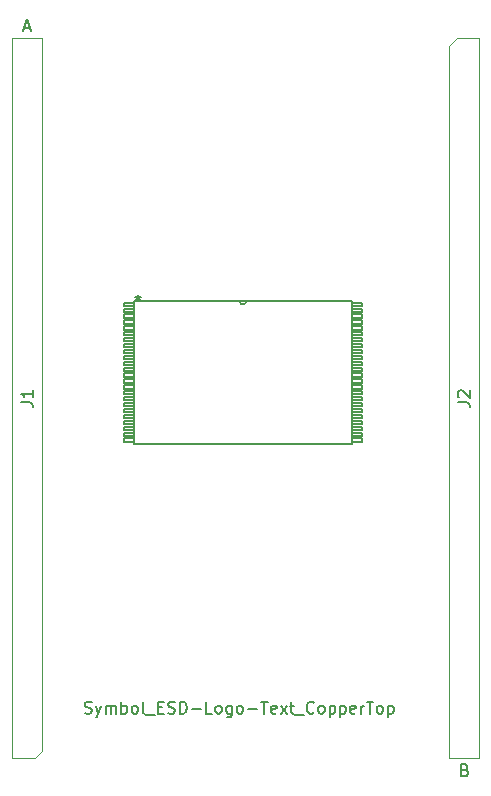
<source format=gbr>
G04 #@! TF.GenerationSoftware,KiCad,Pcbnew,(5.1.5)-3*
G04 #@! TF.CreationDate,2020-03-06T02:38:52-05:00*
G04 #@! TF.ProjectId,SingleBoard,53696e67-6c65-4426-9f61-72642e6b6963,rev?*
G04 #@! TF.SameCoordinates,Original*
G04 #@! TF.FileFunction,Other,Fab,Top*
%FSLAX46Y46*%
G04 Gerber Fmt 4.6, Leading zero omitted, Abs format (unit mm)*
G04 Created by KiCad (PCBNEW (5.1.5)-3) date 2020-03-06 02:38:52*
%MOMM*%
%LPD*%
G04 APERTURE LIST*
%ADD10C,0.152400*%
%ADD11C,0.100000*%
%ADD12C,0.150000*%
G04 APERTURE END LIST*
D10*
X111945200Y-64954800D02*
G75*
G03X112554800Y-64954800I304800J0D01*
G01*
X103004400Y-64954800D02*
X103004400Y-77045200D01*
X121495600Y-64954800D02*
X103004400Y-64954800D01*
X121495600Y-77045200D02*
X121495600Y-64954800D01*
X103004400Y-77045200D02*
X121495600Y-77045200D01*
X122346500Y-65110300D02*
X121495600Y-65110300D01*
X122346500Y-65389700D02*
X122346500Y-65110300D01*
X121495600Y-65389700D02*
X122346500Y-65389700D01*
X121495600Y-65110300D02*
X121495600Y-65389700D01*
X122346500Y-65610300D02*
X121495600Y-65610300D01*
X122346500Y-65889700D02*
X122346500Y-65610300D01*
X121495600Y-65889700D02*
X122346500Y-65889700D01*
X121495600Y-65610300D02*
X121495600Y-65889700D01*
X122346500Y-66110300D02*
X121495600Y-66110300D01*
X122346500Y-66389700D02*
X122346500Y-66110300D01*
X121495600Y-66389700D02*
X122346500Y-66389700D01*
X121495600Y-66110300D02*
X121495600Y-66389700D01*
X122346500Y-66610300D02*
X121495600Y-66610300D01*
X122346500Y-66889700D02*
X122346500Y-66610300D01*
X121495600Y-66889700D02*
X122346500Y-66889700D01*
X121495600Y-66610300D02*
X121495600Y-66889700D01*
X122346500Y-67110300D02*
X121495600Y-67110300D01*
X122346500Y-67389700D02*
X122346500Y-67110300D01*
X121495600Y-67389700D02*
X122346500Y-67389700D01*
X121495600Y-67110300D02*
X121495600Y-67389700D01*
X122346500Y-67610300D02*
X121495600Y-67610300D01*
X122346500Y-67889700D02*
X122346500Y-67610300D01*
X121495600Y-67889700D02*
X122346500Y-67889700D01*
X121495600Y-67610300D02*
X121495600Y-67889700D01*
X122346500Y-68110300D02*
X121495600Y-68110300D01*
X122346500Y-68389700D02*
X122346500Y-68110300D01*
X121495600Y-68389700D02*
X122346500Y-68389700D01*
X121495600Y-68110300D02*
X121495600Y-68389700D01*
X122346500Y-68610300D02*
X121495600Y-68610300D01*
X122346500Y-68889700D02*
X122346500Y-68610300D01*
X121495600Y-68889700D02*
X122346500Y-68889700D01*
X121495600Y-68610300D02*
X121495600Y-68889700D01*
X122346500Y-69110300D02*
X121495600Y-69110300D01*
X122346500Y-69389700D02*
X122346500Y-69110300D01*
X121495600Y-69389700D02*
X122346500Y-69389700D01*
X121495600Y-69110300D02*
X121495600Y-69389700D01*
X122346500Y-69610300D02*
X121495600Y-69610300D01*
X122346500Y-69889700D02*
X122346500Y-69610300D01*
X121495600Y-69889700D02*
X122346500Y-69889700D01*
X121495600Y-69610300D02*
X121495600Y-69889700D01*
X122346500Y-70110300D02*
X121495600Y-70110300D01*
X122346500Y-70389700D02*
X122346500Y-70110300D01*
X121495600Y-70389700D02*
X122346500Y-70389700D01*
X121495600Y-70110300D02*
X121495600Y-70389700D01*
X122346500Y-70610300D02*
X121495600Y-70610300D01*
X122346500Y-70889700D02*
X122346500Y-70610300D01*
X121495600Y-70889700D02*
X122346500Y-70889700D01*
X121495600Y-70610300D02*
X121495600Y-70889700D01*
X122346500Y-71110300D02*
X121495600Y-71110300D01*
X122346500Y-71389700D02*
X122346500Y-71110300D01*
X121495600Y-71389700D02*
X122346500Y-71389700D01*
X121495600Y-71110300D02*
X121495600Y-71389700D01*
X122346500Y-71610300D02*
X121495600Y-71610300D01*
X122346500Y-71889700D02*
X122346500Y-71610300D01*
X121495600Y-71889700D02*
X122346500Y-71889700D01*
X121495600Y-71610300D02*
X121495600Y-71889700D01*
X122346500Y-72110300D02*
X121495600Y-72110300D01*
X122346500Y-72389700D02*
X122346500Y-72110300D01*
X121495600Y-72389700D02*
X122346500Y-72389700D01*
X121495600Y-72110300D02*
X121495600Y-72389700D01*
X122346500Y-72610300D02*
X121495600Y-72610300D01*
X122346500Y-72889700D02*
X122346500Y-72610300D01*
X121495600Y-72889700D02*
X122346500Y-72889700D01*
X121495600Y-72610300D02*
X121495600Y-72889700D01*
X122346500Y-73110300D02*
X121495600Y-73110300D01*
X122346500Y-73389700D02*
X122346500Y-73110300D01*
X121495600Y-73389700D02*
X122346500Y-73389700D01*
X121495600Y-73110300D02*
X121495600Y-73389700D01*
X122346500Y-73610300D02*
X121495600Y-73610300D01*
X122346500Y-73889700D02*
X122346500Y-73610300D01*
X121495600Y-73889700D02*
X122346500Y-73889700D01*
X121495600Y-73610300D02*
X121495600Y-73889700D01*
X122346500Y-74110300D02*
X121495600Y-74110300D01*
X122346500Y-74389700D02*
X122346500Y-74110300D01*
X121495600Y-74389700D02*
X122346500Y-74389700D01*
X121495600Y-74110300D02*
X121495600Y-74389700D01*
X122346500Y-74610300D02*
X121495600Y-74610300D01*
X122346500Y-74889700D02*
X122346500Y-74610300D01*
X121495600Y-74889700D02*
X122346500Y-74889700D01*
X121495600Y-74610300D02*
X121495600Y-74889700D01*
X122346500Y-75110300D02*
X121495600Y-75110300D01*
X122346500Y-75389700D02*
X122346500Y-75110300D01*
X121495600Y-75389700D02*
X122346500Y-75389700D01*
X121495600Y-75110300D02*
X121495600Y-75389700D01*
X122346500Y-75610300D02*
X121495600Y-75610300D01*
X122346500Y-75889700D02*
X122346500Y-75610300D01*
X121495600Y-75889700D02*
X122346500Y-75889700D01*
X121495600Y-75610300D02*
X121495600Y-75889700D01*
X122346500Y-76110300D02*
X121495600Y-76110300D01*
X122346500Y-76389700D02*
X122346500Y-76110300D01*
X121495600Y-76389700D02*
X122346500Y-76389700D01*
X121495600Y-76110300D02*
X121495600Y-76389700D01*
X122346500Y-76610300D02*
X121495600Y-76610300D01*
X122346500Y-76889700D02*
X122346500Y-76610300D01*
X121495600Y-76889700D02*
X122346500Y-76889700D01*
X121495600Y-76610300D02*
X121495600Y-76889700D01*
X102153500Y-76889700D02*
X103004400Y-76889700D01*
X102153500Y-76610300D02*
X102153500Y-76889700D01*
X103004400Y-76610300D02*
X102153500Y-76610300D01*
X103004400Y-76889700D02*
X103004400Y-76610300D01*
X102153500Y-76389700D02*
X103004400Y-76389700D01*
X102153500Y-76110300D02*
X102153500Y-76389700D01*
X103004400Y-76110300D02*
X102153500Y-76110300D01*
X103004400Y-76389700D02*
X103004400Y-76110300D01*
X102153500Y-75889700D02*
X103004400Y-75889700D01*
X102153500Y-75610300D02*
X102153500Y-75889700D01*
X103004400Y-75610300D02*
X102153500Y-75610300D01*
X103004400Y-75889700D02*
X103004400Y-75610300D01*
X102153500Y-75389700D02*
X103004400Y-75389700D01*
X102153500Y-75110300D02*
X102153500Y-75389700D01*
X103004400Y-75110300D02*
X102153500Y-75110300D01*
X103004400Y-75389700D02*
X103004400Y-75110300D01*
X102153500Y-74889700D02*
X103004400Y-74889700D01*
X102153500Y-74610300D02*
X102153500Y-74889700D01*
X103004400Y-74610300D02*
X102153500Y-74610300D01*
X103004400Y-74889700D02*
X103004400Y-74610300D01*
X102153500Y-74389700D02*
X103004400Y-74389700D01*
X102153500Y-74110300D02*
X102153500Y-74389700D01*
X103004400Y-74110300D02*
X102153500Y-74110300D01*
X103004400Y-74389700D02*
X103004400Y-74110300D01*
X102153500Y-73889700D02*
X103004400Y-73889700D01*
X102153500Y-73610300D02*
X102153500Y-73889700D01*
X103004400Y-73610300D02*
X102153500Y-73610300D01*
X103004400Y-73889700D02*
X103004400Y-73610300D01*
X102153500Y-73389700D02*
X103004400Y-73389700D01*
X102153500Y-73110300D02*
X102153500Y-73389700D01*
X103004400Y-73110300D02*
X102153500Y-73110300D01*
X103004400Y-73389700D02*
X103004400Y-73110300D01*
X102153500Y-72889700D02*
X103004400Y-72889700D01*
X102153500Y-72610300D02*
X102153500Y-72889700D01*
X103004400Y-72610300D02*
X102153500Y-72610300D01*
X103004400Y-72889700D02*
X103004400Y-72610300D01*
X102153500Y-72389700D02*
X103004400Y-72389700D01*
X102153500Y-72110300D02*
X102153500Y-72389700D01*
X103004400Y-72110300D02*
X102153500Y-72110300D01*
X103004400Y-72389700D02*
X103004400Y-72110300D01*
X102153500Y-71889700D02*
X103004400Y-71889700D01*
X102153500Y-71610300D02*
X102153500Y-71889700D01*
X103004400Y-71610300D02*
X102153500Y-71610300D01*
X103004400Y-71889700D02*
X103004400Y-71610300D01*
X102153500Y-71389700D02*
X103004400Y-71389700D01*
X102153500Y-71110300D02*
X102153500Y-71389700D01*
X103004400Y-71110300D02*
X102153500Y-71110300D01*
X103004400Y-71389700D02*
X103004400Y-71110300D01*
X102153500Y-70889700D02*
X103004400Y-70889700D01*
X102153500Y-70610300D02*
X102153500Y-70889700D01*
X103004400Y-70610300D02*
X102153500Y-70610300D01*
X103004400Y-70889700D02*
X103004400Y-70610300D01*
X102153500Y-70389700D02*
X103004400Y-70389700D01*
X102153500Y-70110300D02*
X102153500Y-70389700D01*
X103004400Y-70110300D02*
X102153500Y-70110300D01*
X103004400Y-70389700D02*
X103004400Y-70110300D01*
X102153500Y-69889700D02*
X103004400Y-69889700D01*
X102153500Y-69610300D02*
X102153500Y-69889700D01*
X103004400Y-69610300D02*
X102153500Y-69610300D01*
X103004400Y-69889700D02*
X103004400Y-69610300D01*
X102153500Y-69389700D02*
X103004400Y-69389700D01*
X102153500Y-69110300D02*
X102153500Y-69389700D01*
X103004400Y-69110300D02*
X102153500Y-69110300D01*
X103004400Y-69389700D02*
X103004400Y-69110300D01*
X102153500Y-68889700D02*
X103004400Y-68889700D01*
X102153500Y-68610300D02*
X102153500Y-68889700D01*
X103004400Y-68610300D02*
X102153500Y-68610300D01*
X103004400Y-68889700D02*
X103004400Y-68610300D01*
X102153500Y-68389700D02*
X103004400Y-68389700D01*
X102153500Y-68110300D02*
X102153500Y-68389700D01*
X103004400Y-68110300D02*
X102153500Y-68110300D01*
X103004400Y-68389700D02*
X103004400Y-68110300D01*
X102153500Y-67889700D02*
X103004400Y-67889700D01*
X102153500Y-67610300D02*
X102153500Y-67889700D01*
X103004400Y-67610300D02*
X102153500Y-67610300D01*
X103004400Y-67889700D02*
X103004400Y-67610300D01*
X102153500Y-67389700D02*
X103004400Y-67389700D01*
X102153500Y-67110300D02*
X102153500Y-67389700D01*
X103004400Y-67110300D02*
X102153500Y-67110300D01*
X103004400Y-67389700D02*
X103004400Y-67110300D01*
X102153500Y-66889700D02*
X103004400Y-66889700D01*
X102153500Y-66610300D02*
X102153500Y-66889700D01*
X103004400Y-66610300D02*
X102153500Y-66610300D01*
X103004400Y-66889700D02*
X103004400Y-66610300D01*
X102153500Y-66389700D02*
X103004400Y-66389700D01*
X102153500Y-66110300D02*
X102153500Y-66389700D01*
X103004400Y-66110300D02*
X102153500Y-66110300D01*
X103004400Y-66389700D02*
X103004400Y-66110300D01*
X102153500Y-65889700D02*
X103004400Y-65889700D01*
X102153500Y-65610300D02*
X102153500Y-65889700D01*
X103004400Y-65610300D02*
X102153500Y-65610300D01*
X103004400Y-65889700D02*
X103004400Y-65610300D01*
X102153500Y-65389700D02*
X103004400Y-65389700D01*
X102153500Y-65110300D02*
X102153500Y-65389700D01*
X103004400Y-65110300D02*
X102153500Y-65110300D01*
X103004400Y-65389700D02*
X103004400Y-65110300D01*
D11*
X129730000Y-43365000D02*
X130365000Y-42730000D01*
X129730000Y-103690000D02*
X129730000Y-43365000D01*
X132270000Y-103690000D02*
X129730000Y-103690000D01*
X132270000Y-42730000D02*
X132270000Y-103690000D01*
X130365000Y-42730000D02*
X132270000Y-42730000D01*
X95270000Y-103055000D02*
X94635000Y-103690000D01*
X95270000Y-42730000D02*
X95270000Y-103055000D01*
X92730000Y-42730000D02*
X95270000Y-42730000D01*
X92730000Y-103690000D02*
X92730000Y-42730000D01*
X94635000Y-103690000D02*
X92730000Y-103690000D01*
D12*
X98877771Y-99854061D02*
X99020628Y-99901680D01*
X99258723Y-99901680D01*
X99353961Y-99854061D01*
X99401580Y-99806442D01*
X99449200Y-99711204D01*
X99449200Y-99615966D01*
X99401580Y-99520728D01*
X99353961Y-99473109D01*
X99258723Y-99425490D01*
X99068247Y-99377871D01*
X98973009Y-99330252D01*
X98925390Y-99282633D01*
X98877771Y-99187395D01*
X98877771Y-99092157D01*
X98925390Y-98996919D01*
X98973009Y-98949300D01*
X99068247Y-98901680D01*
X99306342Y-98901680D01*
X99449200Y-98949300D01*
X99782533Y-99235014D02*
X100020628Y-99901680D01*
X100258723Y-99235014D02*
X100020628Y-99901680D01*
X99925390Y-100139776D01*
X99877771Y-100187395D01*
X99782533Y-100235014D01*
X100639676Y-99901680D02*
X100639676Y-99235014D01*
X100639676Y-99330252D02*
X100687295Y-99282633D01*
X100782533Y-99235014D01*
X100925390Y-99235014D01*
X101020628Y-99282633D01*
X101068247Y-99377871D01*
X101068247Y-99901680D01*
X101068247Y-99377871D02*
X101115866Y-99282633D01*
X101211104Y-99235014D01*
X101353961Y-99235014D01*
X101449200Y-99282633D01*
X101496819Y-99377871D01*
X101496819Y-99901680D01*
X101973009Y-99901680D02*
X101973009Y-98901680D01*
X101973009Y-99282633D02*
X102068247Y-99235014D01*
X102258723Y-99235014D01*
X102353961Y-99282633D01*
X102401580Y-99330252D01*
X102449200Y-99425490D01*
X102449200Y-99711204D01*
X102401580Y-99806442D01*
X102353961Y-99854061D01*
X102258723Y-99901680D01*
X102068247Y-99901680D01*
X101973009Y-99854061D01*
X103020628Y-99901680D02*
X102925390Y-99854061D01*
X102877771Y-99806442D01*
X102830152Y-99711204D01*
X102830152Y-99425490D01*
X102877771Y-99330252D01*
X102925390Y-99282633D01*
X103020628Y-99235014D01*
X103163485Y-99235014D01*
X103258723Y-99282633D01*
X103306342Y-99330252D01*
X103353961Y-99425490D01*
X103353961Y-99711204D01*
X103306342Y-99806442D01*
X103258723Y-99854061D01*
X103163485Y-99901680D01*
X103020628Y-99901680D01*
X103925390Y-99901680D02*
X103830152Y-99854061D01*
X103782533Y-99758823D01*
X103782533Y-98901680D01*
X104068247Y-99996919D02*
X104830152Y-99996919D01*
X105068247Y-99377871D02*
X105401580Y-99377871D01*
X105544438Y-99901680D02*
X105068247Y-99901680D01*
X105068247Y-98901680D01*
X105544438Y-98901680D01*
X105925390Y-99854061D02*
X106068247Y-99901680D01*
X106306342Y-99901680D01*
X106401580Y-99854061D01*
X106449200Y-99806442D01*
X106496819Y-99711204D01*
X106496819Y-99615966D01*
X106449200Y-99520728D01*
X106401580Y-99473109D01*
X106306342Y-99425490D01*
X106115866Y-99377871D01*
X106020628Y-99330252D01*
X105973009Y-99282633D01*
X105925390Y-99187395D01*
X105925390Y-99092157D01*
X105973009Y-98996919D01*
X106020628Y-98949300D01*
X106115866Y-98901680D01*
X106353961Y-98901680D01*
X106496819Y-98949300D01*
X106925390Y-99901680D02*
X106925390Y-98901680D01*
X107163485Y-98901680D01*
X107306342Y-98949300D01*
X107401580Y-99044538D01*
X107449200Y-99139776D01*
X107496819Y-99330252D01*
X107496819Y-99473109D01*
X107449200Y-99663585D01*
X107401580Y-99758823D01*
X107306342Y-99854061D01*
X107163485Y-99901680D01*
X106925390Y-99901680D01*
X107925390Y-99520728D02*
X108687295Y-99520728D01*
X109639676Y-99901680D02*
X109163485Y-99901680D01*
X109163485Y-98901680D01*
X110115866Y-99901680D02*
X110020628Y-99854061D01*
X109973009Y-99806442D01*
X109925390Y-99711204D01*
X109925390Y-99425490D01*
X109973009Y-99330252D01*
X110020628Y-99282633D01*
X110115866Y-99235014D01*
X110258723Y-99235014D01*
X110353961Y-99282633D01*
X110401580Y-99330252D01*
X110449200Y-99425490D01*
X110449200Y-99711204D01*
X110401580Y-99806442D01*
X110353961Y-99854061D01*
X110258723Y-99901680D01*
X110115866Y-99901680D01*
X111306342Y-99235014D02*
X111306342Y-100044538D01*
X111258723Y-100139776D01*
X111211104Y-100187395D01*
X111115866Y-100235014D01*
X110973009Y-100235014D01*
X110877771Y-100187395D01*
X111306342Y-99854061D02*
X111211104Y-99901680D01*
X111020628Y-99901680D01*
X110925390Y-99854061D01*
X110877771Y-99806442D01*
X110830152Y-99711204D01*
X110830152Y-99425490D01*
X110877771Y-99330252D01*
X110925390Y-99282633D01*
X111020628Y-99235014D01*
X111211104Y-99235014D01*
X111306342Y-99282633D01*
X111925390Y-99901680D02*
X111830152Y-99854061D01*
X111782533Y-99806442D01*
X111734914Y-99711204D01*
X111734914Y-99425490D01*
X111782533Y-99330252D01*
X111830152Y-99282633D01*
X111925390Y-99235014D01*
X112068247Y-99235014D01*
X112163485Y-99282633D01*
X112211104Y-99330252D01*
X112258723Y-99425490D01*
X112258723Y-99711204D01*
X112211104Y-99806442D01*
X112163485Y-99854061D01*
X112068247Y-99901680D01*
X111925390Y-99901680D01*
X112687295Y-99520728D02*
X113449200Y-99520728D01*
X113782533Y-98901680D02*
X114353961Y-98901680D01*
X114068247Y-99901680D02*
X114068247Y-98901680D01*
X115068247Y-99854061D02*
X114973009Y-99901680D01*
X114782533Y-99901680D01*
X114687295Y-99854061D01*
X114639676Y-99758823D01*
X114639676Y-99377871D01*
X114687295Y-99282633D01*
X114782533Y-99235014D01*
X114973009Y-99235014D01*
X115068247Y-99282633D01*
X115115866Y-99377871D01*
X115115866Y-99473109D01*
X114639676Y-99568347D01*
X115449200Y-99901680D02*
X115973009Y-99235014D01*
X115449200Y-99235014D02*
X115973009Y-99901680D01*
X116211104Y-99235014D02*
X116592057Y-99235014D01*
X116353961Y-98901680D02*
X116353961Y-99758823D01*
X116401580Y-99854061D01*
X116496819Y-99901680D01*
X116592057Y-99901680D01*
X116687295Y-99996919D02*
X117449200Y-99996919D01*
X118258723Y-99806442D02*
X118211104Y-99854061D01*
X118068247Y-99901680D01*
X117973009Y-99901680D01*
X117830152Y-99854061D01*
X117734914Y-99758823D01*
X117687295Y-99663585D01*
X117639676Y-99473109D01*
X117639676Y-99330252D01*
X117687295Y-99139776D01*
X117734914Y-99044538D01*
X117830152Y-98949300D01*
X117973009Y-98901680D01*
X118068247Y-98901680D01*
X118211104Y-98949300D01*
X118258723Y-98996919D01*
X118830152Y-99901680D02*
X118734914Y-99854061D01*
X118687295Y-99806442D01*
X118639676Y-99711204D01*
X118639676Y-99425490D01*
X118687295Y-99330252D01*
X118734914Y-99282633D01*
X118830152Y-99235014D01*
X118973009Y-99235014D01*
X119068247Y-99282633D01*
X119115866Y-99330252D01*
X119163485Y-99425490D01*
X119163485Y-99711204D01*
X119115866Y-99806442D01*
X119068247Y-99854061D01*
X118973009Y-99901680D01*
X118830152Y-99901680D01*
X119592057Y-99235014D02*
X119592057Y-100235014D01*
X119592057Y-99282633D02*
X119687295Y-99235014D01*
X119877771Y-99235014D01*
X119973009Y-99282633D01*
X120020628Y-99330252D01*
X120068247Y-99425490D01*
X120068247Y-99711204D01*
X120020628Y-99806442D01*
X119973009Y-99854061D01*
X119877771Y-99901680D01*
X119687295Y-99901680D01*
X119592057Y-99854061D01*
X120496819Y-99235014D02*
X120496819Y-100235014D01*
X120496819Y-99282633D02*
X120592057Y-99235014D01*
X120782533Y-99235014D01*
X120877771Y-99282633D01*
X120925390Y-99330252D01*
X120973009Y-99425490D01*
X120973009Y-99711204D01*
X120925390Y-99806442D01*
X120877771Y-99854061D01*
X120782533Y-99901680D01*
X120592057Y-99901680D01*
X120496819Y-99854061D01*
X121782533Y-99854061D02*
X121687295Y-99901680D01*
X121496819Y-99901680D01*
X121401580Y-99854061D01*
X121353961Y-99758823D01*
X121353961Y-99377871D01*
X121401580Y-99282633D01*
X121496819Y-99235014D01*
X121687295Y-99235014D01*
X121782533Y-99282633D01*
X121830152Y-99377871D01*
X121830152Y-99473109D01*
X121353961Y-99568347D01*
X122258723Y-99901680D02*
X122258723Y-99235014D01*
X122258723Y-99425490D02*
X122306342Y-99330252D01*
X122353961Y-99282633D01*
X122449200Y-99235014D01*
X122544438Y-99235014D01*
X122734914Y-98901680D02*
X123306342Y-98901680D01*
X123020628Y-99901680D02*
X123020628Y-98901680D01*
X123782533Y-99901680D02*
X123687295Y-99854061D01*
X123639676Y-99806442D01*
X123592057Y-99711204D01*
X123592057Y-99425490D01*
X123639676Y-99330252D01*
X123687295Y-99282633D01*
X123782533Y-99235014D01*
X123925390Y-99235014D01*
X124020628Y-99282633D01*
X124068247Y-99330252D01*
X124115866Y-99425490D01*
X124115866Y-99711204D01*
X124068247Y-99806442D01*
X124020628Y-99854061D01*
X123925390Y-99901680D01*
X123782533Y-99901680D01*
X124544438Y-99235014D02*
X124544438Y-100235014D01*
X124544438Y-99282633D02*
X124639676Y-99235014D01*
X124830152Y-99235014D01*
X124925390Y-99282633D01*
X124973009Y-99330252D01*
X125020628Y-99425490D01*
X125020628Y-99711204D01*
X124973009Y-99806442D01*
X124925390Y-99854061D01*
X124830152Y-99901680D01*
X124639676Y-99901680D01*
X124544438Y-99854061D01*
X103385400Y-64483380D02*
X103385400Y-64721476D01*
X103147304Y-64626238D02*
X103385400Y-64721476D01*
X103623495Y-64626238D01*
X103242542Y-64911952D02*
X103385400Y-64721476D01*
X103528257Y-64911952D01*
X103385400Y-64483380D02*
X103385400Y-64721476D01*
X103147304Y-64626238D02*
X103385400Y-64721476D01*
X103623495Y-64626238D01*
X103242542Y-64911952D02*
X103385400Y-64721476D01*
X103528257Y-64911952D01*
X131071428Y-104678571D02*
X131214285Y-104726190D01*
X131261904Y-104773809D01*
X131309523Y-104869047D01*
X131309523Y-105011904D01*
X131261904Y-105107142D01*
X131214285Y-105154761D01*
X131119047Y-105202380D01*
X130738095Y-105202380D01*
X130738095Y-104202380D01*
X131071428Y-104202380D01*
X131166666Y-104250000D01*
X131214285Y-104297619D01*
X131261904Y-104392857D01*
X131261904Y-104488095D01*
X131214285Y-104583333D01*
X131166666Y-104630952D01*
X131071428Y-104678571D01*
X130738095Y-104678571D01*
X130452380Y-73543333D02*
X131166666Y-73543333D01*
X131309523Y-73590952D01*
X131404761Y-73686190D01*
X131452380Y-73829047D01*
X131452380Y-73924285D01*
X130547619Y-73114761D02*
X130500000Y-73067142D01*
X130452380Y-72971904D01*
X130452380Y-72733809D01*
X130500000Y-72638571D01*
X130547619Y-72590952D01*
X130642857Y-72543333D01*
X130738095Y-72543333D01*
X130880952Y-72590952D01*
X131452380Y-73162380D01*
X131452380Y-72543333D01*
X93761904Y-41836666D02*
X94238095Y-41836666D01*
X93666666Y-42122380D02*
X94000000Y-41122380D01*
X94333333Y-42122380D01*
X93452380Y-73543333D02*
X94166666Y-73543333D01*
X94309523Y-73590952D01*
X94404761Y-73686190D01*
X94452380Y-73829047D01*
X94452380Y-73924285D01*
X94452380Y-72543333D02*
X94452380Y-73114761D01*
X94452380Y-72829047D02*
X93452380Y-72829047D01*
X93595238Y-72924285D01*
X93690476Y-73019523D01*
X93738095Y-73114761D01*
M02*

</source>
